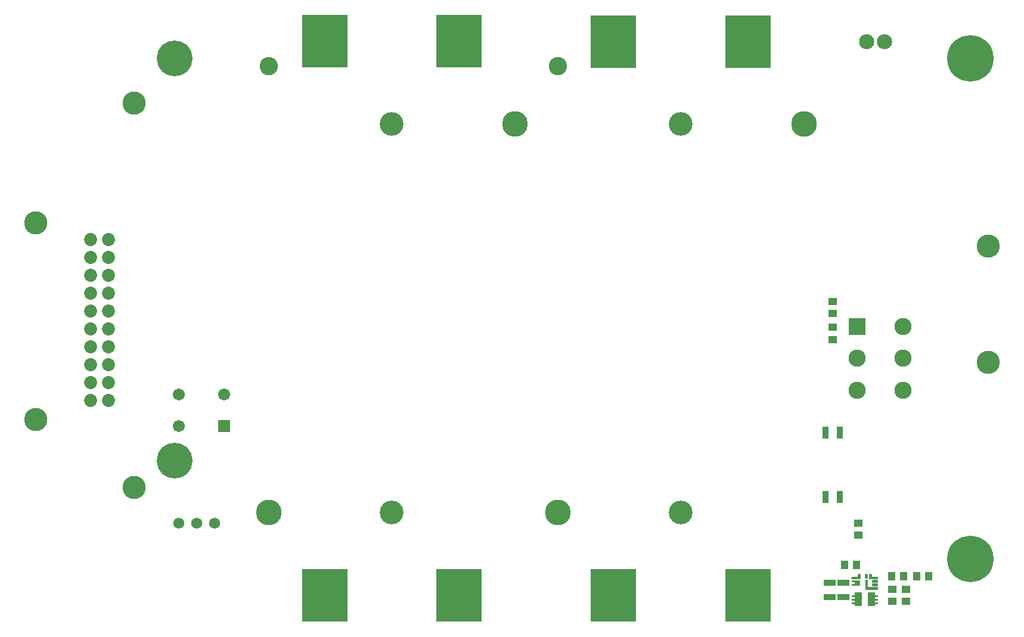
<source format=gbs>
G04*
G04 #@! TF.GenerationSoftware,Altium Limited,Altium Designer,25.2.1 (25)*
G04*
G04 Layer_Color=16711935*
%FSLAX25Y25*%
%MOIN*%
G70*
G04*
G04 #@! TF.SameCoordinates,85CC1250-A9D5-4C62-828A-8F390AD69E0A*
G04*
G04*
G04 #@! TF.FilePolarity,Negative*
G04*
G01*
G75*
%ADD26R,0.04700X0.04000*%
%ADD34R,0.04000X0.04700*%
%ADD45R,0.06587X0.03241*%
%ADD46R,0.03241X0.06587*%
%ADD47R,0.06737X0.06737*%
%ADD48C,0.06737*%
%ADD49R,0.09658X0.09658*%
%ADD50C,0.09658*%
%ADD51C,0.06200*%
%ADD52C,0.14383*%
%ADD53C,0.13280*%
%ADD54C,0.10209*%
%ADD55C,0.08477*%
%ADD56C,0.07296*%
%ADD57C,0.13000*%
%ADD58C,0.20000*%
%ADD59C,0.26000*%
%ADD96R,0.25800X0.29698*%
G36*
X484819Y30370D02*
X484842D01*
X484862Y30366D01*
X484882Y30362D01*
X484902Y30354D01*
X484921Y30347D01*
X484941Y30339D01*
X484957Y30331D01*
X484976Y30323D01*
X484992Y30311D01*
X485012Y30299D01*
X485028Y30287D01*
X485043Y30272D01*
X485059Y30260D01*
X485071Y30244D01*
X485087Y30228D01*
X485098Y30213D01*
X485110Y30193D01*
X485122Y30177D01*
X485130Y30158D01*
X485138Y30142D01*
X485146Y30122D01*
X485153Y30102D01*
X485161Y30083D01*
X485165Y30063D01*
X485169Y30043D01*
Y30020D01*
X485173Y30000D01*
Y29980D01*
Y28209D01*
Y28189D01*
X485169Y28169D01*
Y28146D01*
X485165Y28126D01*
X485161Y28106D01*
X485153Y28087D01*
X485146Y28067D01*
X485138Y28047D01*
X485130Y28032D01*
X485122Y28012D01*
X485110Y27996D01*
X485098Y27976D01*
X485087Y27961D01*
X485071Y27945D01*
X485059Y27929D01*
X485043Y27917D01*
X485028Y27902D01*
X485012Y27890D01*
X484992Y27878D01*
X484976Y27866D01*
X484957Y27858D01*
X484941Y27850D01*
X484921Y27843D01*
X484902Y27835D01*
X484882Y27827D01*
X484862Y27823D01*
X484842Y27819D01*
X484819D01*
X484799Y27815D01*
X483972D01*
X483953Y27819D01*
X483929D01*
X483910Y27823D01*
X483890Y27827D01*
X483870Y27835D01*
X483850Y27843D01*
X483831Y27850D01*
X483815Y27858D01*
X483795Y27866D01*
X483779Y27878D01*
X483760Y27890D01*
X483744Y27902D01*
X483728Y27917D01*
X483713Y27929D01*
X483701Y27945D01*
X483685Y27961D01*
X483673Y27976D01*
X483661Y27996D01*
X483650Y28012D01*
X483642Y28032D01*
X483634Y28047D01*
X483626Y28067D01*
X483618Y28087D01*
X483610Y28106D01*
X483606Y28126D01*
X483602Y28146D01*
Y28169D01*
X483598Y28189D01*
Y28209D01*
Y29980D01*
Y30000D01*
X483602Y30020D01*
Y30043D01*
X483606Y30063D01*
X483610Y30083D01*
X483618Y30102D01*
X483626Y30122D01*
X483634Y30142D01*
X483642Y30158D01*
X483650Y30177D01*
X483661Y30193D01*
X483673Y30213D01*
X483685Y30228D01*
X483701Y30244D01*
X483713Y30260D01*
X483728Y30272D01*
X483744Y30287D01*
X483760Y30299D01*
X483779Y30311D01*
X483795Y30323D01*
X483815Y30331D01*
X483831Y30339D01*
X483850Y30347D01*
X483870Y30354D01*
X483890Y30362D01*
X483910Y30366D01*
X483929Y30370D01*
X483953D01*
X483972Y30374D01*
X484799D01*
X484819Y30370D01*
D02*
G37*
G36*
X487181D02*
X487205D01*
X487224Y30366D01*
X487244Y30362D01*
X487264Y30354D01*
X487284Y30347D01*
X487303Y30339D01*
X487319Y30331D01*
X487339Y30323D01*
X487354Y30311D01*
X487374Y30299D01*
X487390Y30287D01*
X487405Y30272D01*
X487421Y30260D01*
X487433Y30244D01*
X487449Y30228D01*
X487461Y30213D01*
X487472Y30193D01*
X487484Y30177D01*
X487492Y30158D01*
X487500Y30142D01*
X487508Y30122D01*
X487516Y30102D01*
X487524Y30083D01*
X487528Y30063D01*
X487532Y30043D01*
Y30020D01*
X487535Y30000D01*
Y29980D01*
Y29193D01*
Y29181D01*
Y29173D01*
X487539Y29161D01*
Y29154D01*
X487543Y29142D01*
Y29134D01*
X487547Y29122D01*
X487551Y29114D01*
X487555Y29102D01*
X487563Y29094D01*
X487567Y29087D01*
X487575Y29079D01*
X487579Y29071D01*
X487587Y29063D01*
X487595Y29055D01*
X487602Y29047D01*
X487610Y29039D01*
X487618Y29035D01*
X487626Y29028D01*
X487634Y29024D01*
X487642Y29016D01*
X487653Y29012D01*
X487661Y29008D01*
X487673Y29004D01*
X487681D01*
X487693Y29000D01*
X487701D01*
X487713Y28996D01*
X490606D01*
X490626Y28992D01*
X490650D01*
X490669Y28988D01*
X490689Y28984D01*
X490709Y28976D01*
X490728Y28969D01*
X490748Y28961D01*
X490764Y28953D01*
X490784Y28945D01*
X490799Y28933D01*
X490819Y28921D01*
X490835Y28909D01*
X490850Y28894D01*
X490866Y28882D01*
X490878Y28866D01*
X490894Y28850D01*
X490906Y28835D01*
X490917Y28815D01*
X490929Y28799D01*
X490937Y28780D01*
X490945Y28764D01*
X490953Y28744D01*
X490961Y28724D01*
X490969Y28705D01*
X490972Y28685D01*
X490976Y28665D01*
Y28642D01*
X490980Y28622D01*
Y28602D01*
Y28012D01*
Y27992D01*
X490976Y27972D01*
Y27949D01*
X490972Y27929D01*
X490969Y27909D01*
X490961Y27890D01*
X490953Y27870D01*
X490945Y27850D01*
X490937Y27835D01*
X490929Y27815D01*
X490917Y27799D01*
X490906Y27779D01*
X490894Y27764D01*
X490878Y27748D01*
X490866Y27732D01*
X490850Y27720D01*
X490835Y27705D01*
X490819Y27693D01*
X490799Y27681D01*
X490784Y27669D01*
X490764Y27661D01*
X490748Y27654D01*
X490728Y27646D01*
X490709Y27638D01*
X490689Y27630D01*
X490669Y27626D01*
X490650Y27622D01*
X490626D01*
X490606Y27618D01*
X486138D01*
X486118Y27622D01*
X486095D01*
X486075Y27626D01*
X486055Y27630D01*
X486035Y27638D01*
X486016Y27646D01*
X485996Y27654D01*
X485980Y27661D01*
X485961Y27669D01*
X485945Y27681D01*
X485925Y27693D01*
X485910Y27705D01*
X485894Y27720D01*
X485878Y27732D01*
X485866Y27748D01*
X485850Y27764D01*
X485839Y27779D01*
X485827Y27799D01*
X485815Y27815D01*
X485807Y27835D01*
X485799Y27850D01*
X485791Y27870D01*
X485783Y27890D01*
X485776Y27909D01*
X485772Y27929D01*
X485768Y27949D01*
Y27972D01*
X485764Y27992D01*
Y28012D01*
Y29980D01*
Y30000D01*
X485768Y30020D01*
Y30043D01*
X485772Y30063D01*
X485776Y30083D01*
X485783Y30102D01*
X485791Y30122D01*
X485799Y30142D01*
X485807Y30158D01*
X485815Y30177D01*
X485827Y30193D01*
X485839Y30213D01*
X485850Y30228D01*
X485866Y30244D01*
X485878Y30260D01*
X485894Y30272D01*
X485910Y30287D01*
X485925Y30299D01*
X485945Y30311D01*
X485961Y30323D01*
X485980Y30331D01*
X485996Y30339D01*
X486016Y30347D01*
X486035Y30354D01*
X486055Y30362D01*
X486075Y30366D01*
X486095Y30370D01*
X486118D01*
X486138Y30374D01*
X487161D01*
X487181Y30370D01*
D02*
G37*
G36*
X480882D02*
X480905D01*
X480925Y30366D01*
X480945Y30362D01*
X480965Y30354D01*
X480984Y30347D01*
X481004Y30339D01*
X481020Y30331D01*
X481039Y30323D01*
X481055Y30311D01*
X481075Y30299D01*
X481090Y30287D01*
X481106Y30272D01*
X481122Y30260D01*
X481134Y30244D01*
X481150Y30228D01*
X481161Y30213D01*
X481173Y30193D01*
X481185Y30177D01*
X481193Y30158D01*
X481201Y30142D01*
X481209Y30122D01*
X481216Y30102D01*
X481224Y30083D01*
X481228Y30063D01*
X481232Y30043D01*
Y30020D01*
X481236Y30000D01*
Y29980D01*
Y28012D01*
Y27992D01*
X481232Y27972D01*
Y27949D01*
X481228Y27929D01*
X481224Y27909D01*
X481216Y27890D01*
X481209Y27870D01*
X481201Y27850D01*
X481193Y27835D01*
X481185Y27815D01*
X481173Y27799D01*
X481161Y27779D01*
X481150Y27764D01*
X481134Y27748D01*
X481122Y27732D01*
X481106Y27720D01*
X481090Y27705D01*
X481075Y27693D01*
X481055Y27681D01*
X481039Y27669D01*
X481020Y27661D01*
X481004Y27654D01*
X480984Y27646D01*
X480965Y27638D01*
X480945Y27630D01*
X480925Y27626D01*
X480905Y27622D01*
X480882D01*
X480862Y27618D01*
X476394D01*
X476374Y27622D01*
X476350D01*
X476331Y27626D01*
X476311Y27630D01*
X476291Y27638D01*
X476272Y27646D01*
X476252Y27654D01*
X476236Y27661D01*
X476217Y27669D01*
X476201Y27681D01*
X476181Y27693D01*
X476165Y27705D01*
X476150Y27720D01*
X476134Y27732D01*
X476122Y27748D01*
X476106Y27764D01*
X476094Y27779D01*
X476083Y27799D01*
X476071Y27815D01*
X476063Y27835D01*
X476055Y27850D01*
X476047Y27870D01*
X476039Y27890D01*
X476031Y27909D01*
X476028Y27929D01*
X476024Y27949D01*
Y27972D01*
X476020Y27992D01*
Y28012D01*
Y28602D01*
Y28622D01*
X476024Y28642D01*
Y28665D01*
X476028Y28685D01*
X476031Y28705D01*
X476039Y28724D01*
X476047Y28744D01*
X476055Y28764D01*
X476063Y28780D01*
X476071Y28799D01*
X476083Y28815D01*
X476094Y28835D01*
X476106Y28850D01*
X476122Y28866D01*
X476134Y28882D01*
X476150Y28894D01*
X476165Y28909D01*
X476181Y28921D01*
X476201Y28933D01*
X476217Y28945D01*
X476236Y28953D01*
X476252Y28961D01*
X476272Y28969D01*
X476291Y28976D01*
X476311Y28984D01*
X476331Y28988D01*
X476350Y28992D01*
X476374D01*
X476394Y28996D01*
X479287D01*
X479299Y29000D01*
X479307D01*
X479319Y29004D01*
X479327D01*
X479339Y29008D01*
X479347Y29012D01*
X479358Y29016D01*
X479366Y29024D01*
X479374Y29028D01*
X479382Y29035D01*
X479390Y29039D01*
X479398Y29047D01*
X479405Y29055D01*
X479413Y29063D01*
X479421Y29071D01*
X479425Y29079D01*
X479433Y29087D01*
X479437Y29094D01*
X479445Y29102D01*
X479449Y29114D01*
X479453Y29122D01*
X479457Y29134D01*
Y29142D01*
X479461Y29154D01*
Y29161D01*
X479465Y29173D01*
Y29181D01*
Y29193D01*
Y29980D01*
Y30000D01*
X479468Y30020D01*
Y30043D01*
X479472Y30063D01*
X479476Y30083D01*
X479484Y30102D01*
X479492Y30122D01*
X479500Y30142D01*
X479508Y30158D01*
X479516Y30177D01*
X479528Y30193D01*
X479539Y30213D01*
X479551Y30228D01*
X479567Y30244D01*
X479579Y30260D01*
X479595Y30272D01*
X479610Y30287D01*
X479626Y30299D01*
X479646Y30311D01*
X479661Y30323D01*
X479681Y30331D01*
X479697Y30339D01*
X479716Y30347D01*
X479736Y30354D01*
X479756Y30362D01*
X479776Y30366D01*
X479795Y30370D01*
X479819D01*
X479839Y30374D01*
X480862D01*
X480882Y30370D01*
D02*
G37*
G36*
X490626Y27024D02*
X490650D01*
X490669Y27020D01*
X490689Y27016D01*
X490709Y27008D01*
X490728Y27000D01*
X490748Y26992D01*
X490764Y26984D01*
X490784Y26976D01*
X490799Y26965D01*
X490819Y26953D01*
X490835Y26941D01*
X490850Y26925D01*
X490866Y26913D01*
X490878Y26898D01*
X490894Y26882D01*
X490906Y26866D01*
X490917Y26847D01*
X490929Y26831D01*
X490937Y26811D01*
X490945Y26795D01*
X490953Y26776D01*
X490961Y26756D01*
X490969Y26736D01*
X490972Y26717D01*
X490976Y26697D01*
Y26673D01*
X490980Y26654D01*
Y26634D01*
Y26043D01*
Y26024D01*
X490976Y26004D01*
Y25980D01*
X490972Y25961D01*
X490969Y25941D01*
X490961Y25921D01*
X490953Y25902D01*
X490945Y25882D01*
X490937Y25866D01*
X490929Y25846D01*
X490917Y25831D01*
X490906Y25811D01*
X490894Y25795D01*
X490878Y25780D01*
X490866Y25764D01*
X490850Y25752D01*
X490835Y25736D01*
X490819Y25724D01*
X490799Y25713D01*
X490784Y25701D01*
X490764Y25693D01*
X490748Y25685D01*
X490728Y25677D01*
X490709Y25669D01*
X490689Y25661D01*
X490669Y25657D01*
X490650Y25654D01*
X490626D01*
X490606Y25650D01*
X487811D01*
X487791Y25654D01*
X487768D01*
X487748Y25657D01*
X487728Y25661D01*
X487709Y25669D01*
X487689Y25677D01*
X487669Y25685D01*
X487653Y25693D01*
X487634Y25701D01*
X487618Y25713D01*
X487598Y25724D01*
X487583Y25736D01*
X487567Y25752D01*
X487551Y25764D01*
X487539Y25780D01*
X487524Y25795D01*
X487512Y25811D01*
X487500Y25831D01*
X487488Y25846D01*
X487480Y25866D01*
X487472Y25882D01*
X487465Y25902D01*
X487457Y25921D01*
X487449Y25941D01*
X487445Y25961D01*
X487441Y25980D01*
Y26004D01*
X487437Y26024D01*
Y26043D01*
Y26634D01*
Y26654D01*
X487441Y26673D01*
Y26697D01*
X487445Y26717D01*
X487449Y26736D01*
X487457Y26756D01*
X487465Y26776D01*
X487472Y26795D01*
X487480Y26811D01*
X487488Y26831D01*
X487500Y26847D01*
X487512Y26866D01*
X487524Y26882D01*
X487539Y26898D01*
X487551Y26913D01*
X487567Y26925D01*
X487583Y26941D01*
X487598Y26953D01*
X487618Y26965D01*
X487634Y26976D01*
X487653Y26984D01*
X487669Y26992D01*
X487689Y27000D01*
X487709Y27008D01*
X487728Y27016D01*
X487748Y27020D01*
X487768Y27024D01*
X487791D01*
X487811Y27028D01*
X490606D01*
X490626Y27024D01*
D02*
G37*
G36*
X480776Y26827D02*
X480784D01*
X480795Y26823D01*
X480803D01*
X480815Y26819D01*
X480823Y26815D01*
X480835Y26811D01*
X480842Y26803D01*
X480850Y26799D01*
X480858Y26791D01*
X480866Y26787D01*
X480874Y26779D01*
X480882Y26772D01*
X480890Y26764D01*
X480898Y26756D01*
X480902Y26748D01*
X480909Y26740D01*
X480913Y26732D01*
X480921Y26724D01*
X480925Y26713D01*
X480929Y26705D01*
X480933Y26693D01*
Y26685D01*
X480937Y26673D01*
Y26665D01*
X480941Y26654D01*
Y26646D01*
Y26634D01*
Y24075D01*
Y24063D01*
Y24055D01*
X480937Y24043D01*
Y24035D01*
X480933Y24024D01*
Y24016D01*
X480929Y24004D01*
X480925Y23996D01*
X480921Y23984D01*
X480913Y23976D01*
X480909Y23968D01*
X480902Y23961D01*
X480898Y23953D01*
X480890Y23945D01*
X480882Y23937D01*
X480874Y23929D01*
X480866Y23921D01*
X480858Y23917D01*
X480850Y23910D01*
X480842Y23905D01*
X480835Y23898D01*
X480823Y23894D01*
X480815Y23890D01*
X480803Y23886D01*
X480795D01*
X480784Y23882D01*
X480776D01*
X480764Y23878D01*
X476394D01*
X476382Y23882D01*
X476374D01*
X476362Y23886D01*
X476354D01*
X476342Y23890D01*
X476335Y23894D01*
X476323Y23898D01*
X476315Y23905D01*
X476307Y23910D01*
X476299Y23917D01*
X476291Y23921D01*
X476284Y23929D01*
X476276Y23937D01*
X476268Y23945D01*
X476260Y23953D01*
X476256Y23961D01*
X476248Y23968D01*
X476244Y23976D01*
X476236Y23984D01*
X476232Y23996D01*
X476228Y24004D01*
X476224Y24016D01*
Y24024D01*
X476221Y24035D01*
Y24043D01*
X476217Y24055D01*
Y24063D01*
Y24075D01*
Y24665D01*
Y24677D01*
Y24685D01*
X476221Y24697D01*
Y24705D01*
X476224Y24716D01*
Y24724D01*
X476228Y24736D01*
X476232Y24744D01*
X476236Y24756D01*
X476244Y24764D01*
X476248Y24772D01*
X476256Y24780D01*
X476260Y24787D01*
X476268Y24795D01*
X476276Y24803D01*
X476284Y24811D01*
X476291Y24819D01*
X476299Y24823D01*
X476307Y24831D01*
X476315Y24835D01*
X476323Y24843D01*
X476335Y24847D01*
X476342Y24850D01*
X476354Y24854D01*
X476362D01*
X476374Y24858D01*
X476382D01*
X476394Y24862D01*
X477614D01*
X477626Y24866D01*
X477634D01*
X477646Y24870D01*
X477654D01*
X477665Y24874D01*
X477673Y24878D01*
X477685Y24882D01*
X477693Y24890D01*
X477701Y24894D01*
X477709Y24902D01*
X477716Y24905D01*
X477724Y24913D01*
X477732Y24921D01*
X477740Y24929D01*
X477748Y24937D01*
X477752Y24945D01*
X477760Y24953D01*
X477764Y24961D01*
X477772Y24969D01*
X477776Y24980D01*
X477779Y24988D01*
X477783Y25000D01*
Y25008D01*
X477787Y25020D01*
Y25028D01*
X477791Y25039D01*
Y25047D01*
Y25059D01*
Y25650D01*
Y25661D01*
Y25669D01*
X477787Y25681D01*
Y25689D01*
X477783Y25701D01*
Y25709D01*
X477779Y25721D01*
X477776Y25728D01*
X477772Y25740D01*
X477764Y25748D01*
X477760Y25756D01*
X477752Y25764D01*
X477748Y25772D01*
X477740Y25780D01*
X477732Y25787D01*
X477724Y25795D01*
X477716Y25803D01*
X477709Y25807D01*
X477701Y25815D01*
X477693Y25819D01*
X477685Y25827D01*
X477673Y25831D01*
X477665Y25835D01*
X477654Y25839D01*
X477646D01*
X477634Y25842D01*
X477626D01*
X477614Y25846D01*
X476394D01*
X476382Y25850D01*
X476374D01*
X476362Y25854D01*
X476354D01*
X476342Y25858D01*
X476335Y25862D01*
X476323Y25866D01*
X476315Y25874D01*
X476307Y25878D01*
X476299Y25886D01*
X476291Y25890D01*
X476284Y25898D01*
X476276Y25905D01*
X476268Y25913D01*
X476260Y25921D01*
X476256Y25929D01*
X476248Y25937D01*
X476244Y25945D01*
X476236Y25953D01*
X476232Y25965D01*
X476228Y25972D01*
X476224Y25984D01*
Y25992D01*
X476221Y26004D01*
Y26012D01*
X476217Y26024D01*
Y26032D01*
Y26043D01*
Y26634D01*
Y26646D01*
Y26654D01*
X476221Y26665D01*
Y26673D01*
X476224Y26685D01*
Y26693D01*
X476228Y26705D01*
X476232Y26713D01*
X476236Y26724D01*
X476244Y26732D01*
X476248Y26740D01*
X476256Y26748D01*
X476260Y26756D01*
X476268Y26764D01*
X476276Y26772D01*
X476284Y26779D01*
X476291Y26787D01*
X476299Y26791D01*
X476307Y26799D01*
X476315Y26803D01*
X476323Y26811D01*
X476335Y26815D01*
X476342Y26819D01*
X476354Y26823D01*
X476362D01*
X476374Y26827D01*
X476382D01*
X476394Y26831D01*
X480764D01*
X480776Y26827D01*
D02*
G37*
G36*
X490626Y25055D02*
X490650D01*
X490669Y25051D01*
X490689Y25047D01*
X490709Y25039D01*
X490728Y25032D01*
X490748Y25024D01*
X490764Y25016D01*
X490784Y25008D01*
X490799Y24996D01*
X490819Y24984D01*
X490835Y24972D01*
X490850Y24957D01*
X490866Y24945D01*
X490878Y24929D01*
X490894Y24913D01*
X490906Y24898D01*
X490917Y24878D01*
X490929Y24862D01*
X490937Y24843D01*
X490945Y24827D01*
X490953Y24807D01*
X490961Y24787D01*
X490969Y24768D01*
X490972Y24748D01*
X490976Y24728D01*
Y24705D01*
X490980Y24685D01*
Y24665D01*
Y24075D01*
Y24055D01*
X490976Y24035D01*
Y24012D01*
X490972Y23992D01*
X490969Y23972D01*
X490961Y23953D01*
X490953Y23933D01*
X490945Y23913D01*
X490937Y23898D01*
X490929Y23878D01*
X490917Y23862D01*
X490906Y23843D01*
X490894Y23827D01*
X490878Y23811D01*
X490866Y23795D01*
X490850Y23784D01*
X490835Y23768D01*
X490819Y23756D01*
X490799Y23744D01*
X490784Y23732D01*
X490764Y23724D01*
X490748Y23717D01*
X490728Y23709D01*
X490709Y23701D01*
X490689Y23693D01*
X490669Y23689D01*
X490650Y23685D01*
X490626D01*
X490606Y23681D01*
X487811D01*
X487791Y23685D01*
X487768D01*
X487748Y23689D01*
X487728Y23693D01*
X487709Y23701D01*
X487689Y23709D01*
X487669Y23717D01*
X487653Y23724D01*
X487634Y23732D01*
X487618Y23744D01*
X487598Y23756D01*
X487583Y23768D01*
X487567Y23784D01*
X487551Y23795D01*
X487539Y23811D01*
X487524Y23827D01*
X487512Y23843D01*
X487500Y23862D01*
X487488Y23878D01*
X487480Y23898D01*
X487472Y23913D01*
X487465Y23933D01*
X487457Y23953D01*
X487449Y23972D01*
X487445Y23992D01*
X487441Y24012D01*
Y24035D01*
X487437Y24055D01*
Y24075D01*
Y24665D01*
Y24685D01*
X487441Y24705D01*
Y24728D01*
X487445Y24748D01*
X487449Y24768D01*
X487457Y24787D01*
X487465Y24807D01*
X487472Y24827D01*
X487480Y24843D01*
X487488Y24862D01*
X487500Y24878D01*
X487512Y24898D01*
X487524Y24913D01*
X487539Y24929D01*
X487551Y24945D01*
X487567Y24957D01*
X487583Y24972D01*
X487598Y24984D01*
X487618Y24996D01*
X487634Y25008D01*
X487653Y25016D01*
X487669Y25024D01*
X487689Y25032D01*
X487709Y25039D01*
X487728Y25047D01*
X487748Y25051D01*
X487768Y25055D01*
X487791D01*
X487811Y25059D01*
X490606D01*
X490626Y25055D01*
D02*
G37*
G36*
X484819Y27220D02*
X484842D01*
X484862Y27217D01*
X484882Y27213D01*
X484902Y27205D01*
X484921Y27197D01*
X484941Y27189D01*
X484957Y27181D01*
X484976Y27173D01*
X484992Y27161D01*
X485012Y27150D01*
X485028Y27138D01*
X485043Y27122D01*
X485059Y27110D01*
X485071Y27095D01*
X485087Y27079D01*
X485098Y27063D01*
X485110Y27043D01*
X485122Y27028D01*
X485130Y27008D01*
X485138Y26992D01*
X485146Y26972D01*
X485153Y26953D01*
X485161Y26933D01*
X485165Y26913D01*
X485169Y26894D01*
Y26870D01*
X485173Y26850D01*
Y26831D01*
Y23890D01*
Y23878D01*
Y23866D01*
Y23858D01*
X485177Y23846D01*
Y23839D01*
Y23827D01*
X485181Y23815D01*
Y23807D01*
X485185Y23795D01*
Y23787D01*
X485189Y23776D01*
X485193Y23768D01*
X485197Y23756D01*
X485201Y23748D01*
X485205Y23736D01*
X485209Y23728D01*
X485213Y23720D01*
X485217Y23709D01*
X485220Y23701D01*
X485224Y23693D01*
X485232Y23681D01*
X485236Y23673D01*
X485244Y23665D01*
X485248Y23658D01*
X485256Y23650D01*
X485260Y23642D01*
X485268Y23634D01*
X485276Y23626D01*
X485280Y23618D01*
X485287Y23610D01*
X485689Y23209D01*
X485697Y23201D01*
X485705Y23193D01*
X485713Y23185D01*
X485720Y23181D01*
X485728Y23173D01*
X485736Y23169D01*
X485744Y23161D01*
X485756Y23157D01*
X485764Y23150D01*
X485772Y23146D01*
X485779Y23142D01*
X485791Y23134D01*
X485799Y23130D01*
X485807Y23126D01*
X485819Y23122D01*
X485827Y23118D01*
X485839Y23114D01*
X485847Y23110D01*
X485858D01*
X485866Y23106D01*
X485878Y23102D01*
X485886D01*
X485898Y23098D01*
X485906D01*
X485917Y23095D01*
X485961D01*
X485968Y23091D01*
X490626D01*
X490650Y23087D01*
X490669Y23083D01*
X490689Y23079D01*
X490709Y23075D01*
X490728Y23067D01*
X490748Y23059D01*
X490764Y23051D01*
X490784Y23039D01*
X490799Y23028D01*
X490819Y23016D01*
X490835Y23004D01*
X490850Y22992D01*
X490866Y22976D01*
X490878Y22961D01*
X490894Y22945D01*
X490906Y22929D01*
X490917Y22913D01*
X490929Y22898D01*
X490937Y22878D01*
X490945Y22858D01*
X490953Y22839D01*
X490961Y22819D01*
X490969Y22799D01*
X490972Y22780D01*
X490976Y22760D01*
Y22740D01*
X490980Y22720D01*
Y22697D01*
Y22012D01*
Y21988D01*
X490976Y21969D01*
Y21949D01*
X490972Y21929D01*
X490969Y21910D01*
X490961Y21890D01*
X490953Y21870D01*
X490945Y21850D01*
X490937Y21831D01*
X490929Y21811D01*
X490917Y21795D01*
X490906Y21779D01*
X490894Y21764D01*
X490878Y21748D01*
X490866Y21732D01*
X490850Y21716D01*
X490835Y21705D01*
X490819Y21693D01*
X490799Y21681D01*
X490784Y21669D01*
X490764Y21657D01*
X490748Y21650D01*
X490728Y21642D01*
X490709Y21634D01*
X490689Y21630D01*
X490669Y21626D01*
X490650Y21622D01*
X490626Y21618D01*
X484150D01*
X484126Y21622D01*
X484106Y21626D01*
X484087Y21630D01*
X484067Y21634D01*
X484047Y21642D01*
X484028Y21650D01*
X484012Y21657D01*
X483992Y21669D01*
X483976Y21681D01*
X483957Y21693D01*
X483941Y21705D01*
X483925Y21716D01*
X483910Y21732D01*
X483898Y21748D01*
X483882Y21764D01*
X483870Y21779D01*
X483858Y21795D01*
X483847Y21815D01*
X483839Y21831D01*
X483831Y21850D01*
X483823Y21870D01*
X483815Y21890D01*
X483807Y21910D01*
X483803Y21929D01*
X483799Y21949D01*
Y21969D01*
X483795Y21988D01*
Y22012D01*
Y26831D01*
Y26850D01*
X483799Y26870D01*
Y26894D01*
X483803Y26913D01*
X483807Y26933D01*
X483815Y26953D01*
X483823Y26972D01*
X483831Y26992D01*
X483839Y27008D01*
X483847Y27028D01*
X483858Y27043D01*
X483870Y27063D01*
X483882Y27079D01*
X483898Y27095D01*
X483910Y27110D01*
X483925Y27122D01*
X483941Y27138D01*
X483957Y27150D01*
X483976Y27161D01*
X483992Y27173D01*
X484012Y27181D01*
X484028Y27189D01*
X484047Y27197D01*
X484067Y27205D01*
X484087Y27213D01*
X484106Y27217D01*
X484126Y27220D01*
X484150D01*
X484169Y27224D01*
X484799D01*
X484819Y27220D01*
D02*
G37*
G36*
X489043Y20035D02*
X489051D01*
X489063Y20031D01*
X489071D01*
X489083Y20028D01*
X489090Y20024D01*
X489102Y20020D01*
X489110Y20012D01*
X489118Y20008D01*
X489126Y20000D01*
X489134Y19996D01*
X489142Y19988D01*
X489150Y19980D01*
X489157Y19972D01*
X489165Y19965D01*
X489169Y19957D01*
X489177Y19949D01*
X489181Y19941D01*
X489189Y19933D01*
X489193Y19921D01*
X489197Y19913D01*
X489201Y19902D01*
Y19894D01*
X489205Y19882D01*
Y19874D01*
X489209Y19862D01*
Y19854D01*
Y19842D01*
Y18602D01*
Y18591D01*
Y18583D01*
X489213Y18571D01*
Y18563D01*
X489217Y18551D01*
Y18543D01*
X489221Y18531D01*
X489224Y18524D01*
X489228Y18512D01*
X489236Y18504D01*
X489240Y18496D01*
X489248Y18488D01*
X489252Y18480D01*
X489260Y18472D01*
X489268Y18465D01*
X489276Y18457D01*
X489284Y18449D01*
X489291Y18445D01*
X489299Y18437D01*
X489307Y18433D01*
X489315Y18425D01*
X489327Y18421D01*
X489335Y18417D01*
X489347Y18413D01*
X489354D01*
X489366Y18409D01*
X489374D01*
X489386Y18406D01*
X490606D01*
X490618Y18402D01*
X490626D01*
X490638Y18398D01*
X490646D01*
X490658Y18394D01*
X490665Y18390D01*
X490677Y18386D01*
X490685Y18378D01*
X490693Y18374D01*
X490701Y18366D01*
X490709Y18362D01*
X490717Y18354D01*
X490724Y18347D01*
X490732Y18339D01*
X490740Y18331D01*
X490744Y18323D01*
X490752Y18315D01*
X490756Y18307D01*
X490764Y18299D01*
X490768Y18287D01*
X490772Y18280D01*
X490776Y18268D01*
Y18260D01*
X490779Y18248D01*
Y18240D01*
X490784Y18228D01*
Y18221D01*
Y18209D01*
Y17618D01*
Y17606D01*
Y17598D01*
X490779Y17587D01*
Y17579D01*
X490776Y17567D01*
Y17559D01*
X490772Y17547D01*
X490768Y17539D01*
X490764Y17528D01*
X490756Y17520D01*
X490752Y17512D01*
X490744Y17504D01*
X490740Y17496D01*
X490732Y17488D01*
X490724Y17480D01*
X490717Y17472D01*
X490709Y17465D01*
X490701Y17461D01*
X490693Y17453D01*
X490685Y17449D01*
X490677Y17441D01*
X490665Y17437D01*
X490658Y17433D01*
X490646Y17429D01*
X490638D01*
X490626Y17425D01*
X490618D01*
X490606Y17421D01*
X489386D01*
X489374Y17417D01*
X489366D01*
X489354Y17413D01*
X489347D01*
X489335Y17410D01*
X489327Y17405D01*
X489315Y17402D01*
X489307Y17394D01*
X489299Y17390D01*
X489291Y17382D01*
X489284Y17378D01*
X489276Y17370D01*
X489268Y17362D01*
X489260Y17354D01*
X489252Y17346D01*
X489248Y17339D01*
X489240Y17331D01*
X489236Y17323D01*
X489228Y17315D01*
X489224Y17303D01*
X489221Y17295D01*
X489217Y17284D01*
Y17276D01*
X489213Y17264D01*
Y17256D01*
X489209Y17244D01*
Y17236D01*
Y17224D01*
Y16634D01*
Y16622D01*
Y16614D01*
X489213Y16602D01*
Y16594D01*
X489217Y16583D01*
Y16575D01*
X489221Y16563D01*
X489224Y16555D01*
X489228Y16543D01*
X489236Y16535D01*
X489240Y16528D01*
X489248Y16520D01*
X489252Y16512D01*
X489260Y16504D01*
X489268Y16496D01*
X489276Y16488D01*
X489284Y16480D01*
X489291Y16476D01*
X489299Y16468D01*
X489307Y16465D01*
X489315Y16457D01*
X489327Y16453D01*
X489335Y16449D01*
X489347Y16445D01*
X489354D01*
X489366Y16441D01*
X489374D01*
X489386Y16437D01*
X490606D01*
X490618Y16433D01*
X490626D01*
X490638Y16429D01*
X490646D01*
X490658Y16425D01*
X490665Y16421D01*
X490677Y16417D01*
X490685Y16409D01*
X490693Y16406D01*
X490701Y16398D01*
X490709Y16394D01*
X490717Y16386D01*
X490724Y16378D01*
X490732Y16370D01*
X490740Y16362D01*
X490744Y16354D01*
X490752Y16346D01*
X490756Y16339D01*
X490764Y16331D01*
X490768Y16319D01*
X490772Y16311D01*
X490776Y16299D01*
Y16291D01*
X490779Y16280D01*
Y16272D01*
X490784Y16260D01*
Y16252D01*
Y16240D01*
Y15650D01*
Y15638D01*
Y15630D01*
X490779Y15618D01*
Y15610D01*
X490776Y15598D01*
Y15591D01*
X490772Y15579D01*
X490768Y15571D01*
X490764Y15559D01*
X490756Y15551D01*
X490752Y15543D01*
X490744Y15535D01*
X490740Y15528D01*
X490732Y15520D01*
X490724Y15512D01*
X490717Y15504D01*
X490709Y15496D01*
X490701Y15492D01*
X490693Y15484D01*
X490685Y15480D01*
X490677Y15472D01*
X490665Y15469D01*
X490658Y15465D01*
X490646Y15461D01*
X490638D01*
X490626Y15457D01*
X490618D01*
X490606Y15453D01*
X489386D01*
X489374Y15449D01*
X489366D01*
X489354Y15445D01*
X489347D01*
X489335Y15441D01*
X489327Y15437D01*
X489315Y15433D01*
X489307Y15425D01*
X489299Y15421D01*
X489291Y15413D01*
X489284Y15409D01*
X489276Y15402D01*
X489268Y15394D01*
X489260Y15386D01*
X489252Y15378D01*
X489248Y15370D01*
X489240Y15362D01*
X489236Y15354D01*
X489228Y15347D01*
X489224Y15335D01*
X489221Y15327D01*
X489217Y15315D01*
Y15307D01*
X489213Y15295D01*
Y15287D01*
X489209Y15276D01*
Y15268D01*
Y15256D01*
Y14665D01*
Y14654D01*
Y14646D01*
X489213Y14634D01*
Y14626D01*
X489217Y14614D01*
Y14606D01*
X489221Y14594D01*
X489224Y14587D01*
X489228Y14575D01*
X489236Y14567D01*
X489240Y14559D01*
X489248Y14551D01*
X489252Y14543D01*
X489260Y14535D01*
X489268Y14528D01*
X489276Y14520D01*
X489284Y14512D01*
X489291Y14508D01*
X489299Y14500D01*
X489307Y14496D01*
X489315Y14488D01*
X489327Y14484D01*
X489335Y14480D01*
X489347Y14476D01*
X489354D01*
X489366Y14472D01*
X489374D01*
X489386Y14469D01*
X490606D01*
X490618Y14465D01*
X490626D01*
X490638Y14461D01*
X490646D01*
X490658Y14457D01*
X490665Y14453D01*
X490677Y14449D01*
X490685Y14441D01*
X490693Y14437D01*
X490701Y14429D01*
X490709Y14425D01*
X490717Y14417D01*
X490724Y14410D01*
X490732Y14402D01*
X490740Y14394D01*
X490744Y14386D01*
X490752Y14378D01*
X490756Y14370D01*
X490764Y14362D01*
X490768Y14350D01*
X490772Y14343D01*
X490776Y14331D01*
Y14323D01*
X490779Y14311D01*
Y14303D01*
X490784Y14291D01*
Y14284D01*
Y14272D01*
Y13681D01*
Y13669D01*
Y13661D01*
X490779Y13650D01*
Y13642D01*
X490776Y13630D01*
Y13622D01*
X490772Y13610D01*
X490768Y13602D01*
X490764Y13591D01*
X490756Y13583D01*
X490752Y13575D01*
X490744Y13567D01*
X490740Y13559D01*
X490732Y13551D01*
X490724Y13543D01*
X490717Y13535D01*
X490709Y13528D01*
X490701Y13524D01*
X490693Y13516D01*
X490685Y13512D01*
X490677Y13504D01*
X490665Y13500D01*
X490658Y13496D01*
X490646Y13492D01*
X490638D01*
X490626Y13488D01*
X490618D01*
X490606Y13484D01*
X489386D01*
X489374Y13480D01*
X489366D01*
X489354Y13476D01*
X489347D01*
X489335Y13472D01*
X489327Y13468D01*
X489315Y13465D01*
X489307Y13457D01*
X489299Y13453D01*
X489291Y13445D01*
X489284Y13441D01*
X489276Y13433D01*
X489268Y13425D01*
X489260Y13417D01*
X489252Y13409D01*
X489248Y13402D01*
X489240Y13394D01*
X489236Y13386D01*
X489228Y13378D01*
X489224Y13366D01*
X489221Y13358D01*
X489217Y13347D01*
Y13339D01*
X489213Y13327D01*
Y13319D01*
X489209Y13307D01*
Y13299D01*
Y13287D01*
Y12657D01*
Y12646D01*
Y12638D01*
X489205Y12626D01*
Y12618D01*
X489201Y12606D01*
Y12598D01*
X489197Y12587D01*
X489193Y12579D01*
X489189Y12567D01*
X489181Y12559D01*
X489177Y12551D01*
X489169Y12543D01*
X489165Y12535D01*
X489157Y12528D01*
X489150Y12520D01*
X489142Y12512D01*
X489134Y12504D01*
X489126Y12500D01*
X489118Y12492D01*
X489110Y12488D01*
X489102Y12480D01*
X489090Y12476D01*
X489083Y12472D01*
X489071Y12468D01*
X489063D01*
X489051Y12465D01*
X489043D01*
X489032Y12461D01*
X485449D01*
X485437Y12465D01*
X485429D01*
X485417Y12468D01*
X485409D01*
X485398Y12472D01*
X485390Y12476D01*
X485378Y12480D01*
X485370Y12488D01*
X485362Y12492D01*
X485354Y12500D01*
X485347Y12504D01*
X485339Y12512D01*
X485331Y12520D01*
X485323Y12528D01*
X485315Y12535D01*
X485311Y12543D01*
X485303Y12551D01*
X485299Y12559D01*
X485291Y12567D01*
X485287Y12579D01*
X485284Y12587D01*
X485280Y12598D01*
Y12606D01*
X485276Y12618D01*
Y12626D01*
X485272Y12638D01*
Y12646D01*
Y12657D01*
Y19842D01*
Y19854D01*
Y19862D01*
X485276Y19874D01*
Y19882D01*
X485280Y19894D01*
Y19902D01*
X485284Y19913D01*
X485287Y19921D01*
X485291Y19933D01*
X485299Y19941D01*
X485303Y19949D01*
X485311Y19957D01*
X485315Y19965D01*
X485323Y19972D01*
X485331Y19980D01*
X485339Y19988D01*
X485347Y19996D01*
X485354Y20000D01*
X485362Y20008D01*
X485370Y20012D01*
X485378Y20020D01*
X485390Y20024D01*
X485398Y20028D01*
X485409Y20031D01*
X485417D01*
X485429Y20035D01*
X485437D01*
X485449Y20039D01*
X489032D01*
X489043Y20035D01*
D02*
G37*
G36*
X481563D02*
X481571D01*
X481583Y20031D01*
X481591D01*
X481602Y20028D01*
X481610Y20024D01*
X481622Y20020D01*
X481630Y20012D01*
X481638Y20008D01*
X481646Y20000D01*
X481653Y19996D01*
X481661Y19988D01*
X481669Y19980D01*
X481677Y19972D01*
X481685Y19965D01*
X481689Y19957D01*
X481697Y19949D01*
X481701Y19941D01*
X481709Y19933D01*
X481713Y19921D01*
X481716Y19913D01*
X481720Y19902D01*
Y19894D01*
X481724Y19882D01*
Y19874D01*
X481728Y19862D01*
Y19854D01*
Y19842D01*
Y12657D01*
Y12646D01*
Y12638D01*
X481724Y12626D01*
Y12618D01*
X481720Y12606D01*
Y12598D01*
X481716Y12587D01*
X481713Y12579D01*
X481709Y12567D01*
X481701Y12559D01*
X481697Y12551D01*
X481689Y12543D01*
X481685Y12535D01*
X481677Y12528D01*
X481669Y12520D01*
X481661Y12512D01*
X481653Y12504D01*
X481646Y12500D01*
X481638Y12492D01*
X481630Y12488D01*
X481622Y12480D01*
X481610Y12476D01*
X481602Y12472D01*
X481591Y12468D01*
X481583D01*
X481571Y12465D01*
X481563D01*
X481551Y12461D01*
X477969D01*
X477957Y12465D01*
X477949D01*
X477937Y12468D01*
X477929D01*
X477917Y12472D01*
X477910Y12476D01*
X477898Y12480D01*
X477890Y12488D01*
X477882Y12492D01*
X477874Y12500D01*
X477866Y12504D01*
X477858Y12512D01*
X477850Y12520D01*
X477843Y12528D01*
X477835Y12535D01*
X477831Y12543D01*
X477823Y12551D01*
X477819Y12559D01*
X477811Y12567D01*
X477807Y12579D01*
X477803Y12587D01*
X477799Y12598D01*
Y12606D01*
X477795Y12618D01*
Y12626D01*
X477791Y12638D01*
Y12646D01*
Y12657D01*
Y13287D01*
Y13299D01*
Y13307D01*
X477787Y13319D01*
Y13327D01*
X477783Y13339D01*
Y13347D01*
X477779Y13358D01*
X477776Y13366D01*
X477772Y13378D01*
X477764Y13386D01*
X477760Y13394D01*
X477752Y13402D01*
X477748Y13409D01*
X477740Y13417D01*
X477732Y13425D01*
X477724Y13433D01*
X477716Y13441D01*
X477709Y13445D01*
X477701Y13453D01*
X477693Y13457D01*
X477685Y13465D01*
X477673Y13468D01*
X477665Y13472D01*
X477654Y13476D01*
X477646D01*
X477634Y13480D01*
X477626D01*
X477614Y13484D01*
X476394D01*
X476382Y13488D01*
X476374D01*
X476362Y13492D01*
X476354D01*
X476342Y13496D01*
X476335Y13500D01*
X476323Y13504D01*
X476315Y13512D01*
X476307Y13516D01*
X476299Y13524D01*
X476291Y13528D01*
X476284Y13535D01*
X476276Y13543D01*
X476268Y13551D01*
X476260Y13559D01*
X476256Y13567D01*
X476248Y13575D01*
X476244Y13583D01*
X476236Y13591D01*
X476232Y13602D01*
X476228Y13610D01*
X476224Y13622D01*
Y13630D01*
X476221Y13642D01*
Y13650D01*
X476217Y13661D01*
Y13669D01*
Y13681D01*
Y14272D01*
Y14284D01*
Y14291D01*
X476221Y14303D01*
Y14311D01*
X476224Y14323D01*
Y14331D01*
X476228Y14343D01*
X476232Y14350D01*
X476236Y14362D01*
X476244Y14370D01*
X476248Y14378D01*
X476256Y14386D01*
X476260Y14394D01*
X476268Y14402D01*
X476276Y14410D01*
X476284Y14417D01*
X476291Y14425D01*
X476299Y14429D01*
X476307Y14437D01*
X476315Y14441D01*
X476323Y14449D01*
X476335Y14453D01*
X476342Y14457D01*
X476354Y14461D01*
X476362D01*
X476374Y14465D01*
X476382D01*
X476394Y14469D01*
X477614D01*
X477626Y14472D01*
X477634D01*
X477646Y14476D01*
X477654D01*
X477665Y14480D01*
X477673Y14484D01*
X477685Y14488D01*
X477693Y14496D01*
X477701Y14500D01*
X477709Y14508D01*
X477716Y14512D01*
X477724Y14520D01*
X477732Y14528D01*
X477740Y14535D01*
X477748Y14543D01*
X477752Y14551D01*
X477760Y14559D01*
X477764Y14567D01*
X477772Y14575D01*
X477776Y14587D01*
X477779Y14594D01*
X477783Y14606D01*
Y14614D01*
X477787Y14626D01*
Y14634D01*
X477791Y14646D01*
Y14654D01*
Y14665D01*
Y15256D01*
Y15268D01*
Y15276D01*
X477787Y15287D01*
Y15295D01*
X477783Y15307D01*
Y15315D01*
X477779Y15327D01*
X477776Y15335D01*
X477772Y15347D01*
X477764Y15354D01*
X477760Y15362D01*
X477752Y15370D01*
X477748Y15378D01*
X477740Y15386D01*
X477732Y15394D01*
X477724Y15402D01*
X477716Y15409D01*
X477709Y15413D01*
X477701Y15421D01*
X477693Y15425D01*
X477685Y15433D01*
X477673Y15437D01*
X477665Y15441D01*
X477654Y15445D01*
X477646D01*
X477634Y15449D01*
X477626D01*
X477614Y15453D01*
X476394D01*
X476382Y15457D01*
X476374D01*
X476362Y15461D01*
X476354D01*
X476342Y15465D01*
X476335Y15469D01*
X476323Y15472D01*
X476315Y15480D01*
X476307Y15484D01*
X476299Y15492D01*
X476291Y15496D01*
X476284Y15504D01*
X476276Y15512D01*
X476268Y15520D01*
X476260Y15528D01*
X476256Y15535D01*
X476248Y15543D01*
X476244Y15551D01*
X476236Y15559D01*
X476232Y15571D01*
X476228Y15579D01*
X476224Y15591D01*
Y15598D01*
X476221Y15610D01*
Y15618D01*
X476217Y15630D01*
Y15638D01*
Y15650D01*
Y16240D01*
Y16252D01*
Y16260D01*
X476221Y16272D01*
Y16280D01*
X476224Y16291D01*
Y16299D01*
X476228Y16311D01*
X476232Y16319D01*
X476236Y16331D01*
X476244Y16339D01*
X476248Y16346D01*
X476256Y16354D01*
X476260Y16362D01*
X476268Y16370D01*
X476276Y16378D01*
X476284Y16386D01*
X476291Y16394D01*
X476299Y16398D01*
X476307Y16406D01*
X476315Y16409D01*
X476323Y16417D01*
X476335Y16421D01*
X476342Y16425D01*
X476354Y16429D01*
X476362D01*
X476374Y16433D01*
X476382D01*
X476394Y16437D01*
X477614D01*
X477626Y16441D01*
X477634D01*
X477646Y16445D01*
X477654D01*
X477665Y16449D01*
X477673Y16453D01*
X477685Y16457D01*
X477693Y16465D01*
X477701Y16468D01*
X477709Y16476D01*
X477716Y16480D01*
X477724Y16488D01*
X477732Y16496D01*
X477740Y16504D01*
X477748Y16512D01*
X477752Y16520D01*
X477760Y16528D01*
X477764Y16535D01*
X477772Y16543D01*
X477776Y16555D01*
X477779Y16563D01*
X477783Y16575D01*
Y16583D01*
X477787Y16594D01*
Y16602D01*
X477791Y16614D01*
Y16622D01*
Y16634D01*
Y17224D01*
Y17236D01*
Y17244D01*
X477787Y17256D01*
Y17264D01*
X477783Y17276D01*
Y17284D01*
X477779Y17295D01*
X477776Y17303D01*
X477772Y17315D01*
X477764Y17323D01*
X477760Y17331D01*
X477752Y17339D01*
X477748Y17346D01*
X477740Y17354D01*
X477732Y17362D01*
X477724Y17370D01*
X477716Y17378D01*
X477709Y17382D01*
X477701Y17390D01*
X477693Y17394D01*
X477685Y17402D01*
X477673Y17405D01*
X477665Y17410D01*
X477654Y17413D01*
X477646D01*
X477634Y17417D01*
X477626D01*
X477614Y17421D01*
X476394D01*
X476382Y17425D01*
X476374D01*
X476362Y17429D01*
X476354D01*
X476342Y17433D01*
X476335Y17437D01*
X476323Y17441D01*
X476315Y17449D01*
X476307Y17453D01*
X476299Y17461D01*
X476291Y17465D01*
X476284Y17472D01*
X476276Y17480D01*
X476268Y17488D01*
X476260Y17496D01*
X476256Y17504D01*
X476248Y17512D01*
X476244Y17520D01*
X476236Y17528D01*
X476232Y17539D01*
X476228Y17547D01*
X476224Y17559D01*
Y17567D01*
X476221Y17579D01*
Y17587D01*
X476217Y17598D01*
Y17606D01*
Y17618D01*
Y18209D01*
Y18221D01*
Y18228D01*
X476221Y18240D01*
Y18248D01*
X476224Y18260D01*
Y18268D01*
X476228Y18280D01*
X476232Y18287D01*
X476236Y18299D01*
X476244Y18307D01*
X476248Y18315D01*
X476256Y18323D01*
X476260Y18331D01*
X476268Y18339D01*
X476276Y18347D01*
X476284Y18354D01*
X476291Y18362D01*
X476299Y18366D01*
X476307Y18374D01*
X476315Y18378D01*
X476323Y18386D01*
X476335Y18390D01*
X476342Y18394D01*
X476354Y18398D01*
X476362D01*
X476374Y18402D01*
X476382D01*
X476394Y18406D01*
X477614D01*
X477626Y18409D01*
X477634D01*
X477646Y18413D01*
X477654D01*
X477665Y18417D01*
X477673Y18421D01*
X477685Y18425D01*
X477693Y18433D01*
X477701Y18437D01*
X477709Y18445D01*
X477716Y18449D01*
X477724Y18457D01*
X477732Y18465D01*
X477740Y18472D01*
X477748Y18480D01*
X477752Y18488D01*
X477760Y18496D01*
X477764Y18504D01*
X477772Y18512D01*
X477776Y18524D01*
X477779Y18531D01*
X477783Y18543D01*
Y18551D01*
X477787Y18563D01*
Y18571D01*
X477791Y18583D01*
Y18591D01*
Y18602D01*
Y19842D01*
Y19854D01*
Y19862D01*
X477795Y19874D01*
Y19882D01*
X477799Y19894D01*
Y19902D01*
X477803Y19913D01*
X477807Y19921D01*
X477811Y19933D01*
X477819Y19941D01*
X477823Y19949D01*
X477831Y19957D01*
X477835Y19965D01*
X477843Y19972D01*
X477850Y19980D01*
X477858Y19988D01*
X477866Y19996D01*
X477874Y20000D01*
X477882Y20008D01*
X477890Y20012D01*
X477898Y20020D01*
X477910Y20024D01*
X477917Y20028D01*
X477929Y20031D01*
X477937D01*
X477949Y20035D01*
X477957D01*
X477969Y20039D01*
X481551D01*
X481563Y20035D01*
D02*
G37*
D26*
X506500Y15181D02*
D03*
Y21881D02*
D03*
X480000Y58881D02*
D03*
Y52182D02*
D03*
X499000Y15181D02*
D03*
Y21881D02*
D03*
X465500Y182731D02*
D03*
Y176031D02*
D03*
Y168382D02*
D03*
Y161681D02*
D03*
D34*
X478850Y35531D02*
D03*
X472150D02*
D03*
X498650Y29032D02*
D03*
X505350D02*
D03*
X512500D02*
D03*
X519200D02*
D03*
D45*
X471500Y17594D02*
D03*
Y25469D02*
D03*
X464000Y17594D02*
D03*
Y25469D02*
D03*
D46*
X461563Y109531D02*
D03*
X469437D02*
D03*
X461563Y73532D02*
D03*
X469437D02*
D03*
D47*
X125295Y113142D02*
D03*
D48*
X99705D02*
D03*
X125295Y130858D02*
D03*
X99705D02*
D03*
D49*
X479205Y168748D02*
D03*
D50*
Y133315D02*
D03*
X504795D02*
D03*
Y168748D02*
D03*
X479205Y151031D02*
D03*
X504795D02*
D03*
D51*
X100000Y59000D02*
D03*
X110000D02*
D03*
X120000D02*
D03*
D52*
X287917Y282193D02*
D03*
X150083Y64870D02*
D03*
X311701Y64713D02*
D03*
X449535Y282035D02*
D03*
D53*
X219000Y282193D02*
D03*
Y64870D02*
D03*
X380618Y64713D02*
D03*
Y282035D02*
D03*
D54*
X150083Y314555D02*
D03*
X311701Y314398D02*
D03*
D55*
X484500Y328031D02*
D03*
X494500D02*
D03*
D56*
X60500Y127500D02*
D03*
X50500D02*
D03*
X60500Y137500D02*
D03*
X50500D02*
D03*
X60500Y147500D02*
D03*
X50500D02*
D03*
X60500Y157500D02*
D03*
X50500D02*
D03*
X60500Y167500D02*
D03*
X50500D02*
D03*
X60500Y177500D02*
D03*
X50500D02*
D03*
X60500Y187500D02*
D03*
X50500D02*
D03*
Y197500D02*
D03*
X60500D02*
D03*
X50500Y207500D02*
D03*
X60500D02*
D03*
X50500Y217500D02*
D03*
X60500D02*
D03*
D57*
X75000Y294000D02*
D03*
X20000Y116750D02*
D03*
Y226750D02*
D03*
X75000Y79000D02*
D03*
X552500Y214000D02*
D03*
Y149000D02*
D03*
D58*
X97500Y319000D02*
D03*
Y94000D02*
D03*
D59*
X542500Y319000D02*
D03*
Y39000D02*
D03*
D96*
X256618Y328374D02*
D03*
X181382D02*
D03*
X256618Y18689D02*
D03*
X181382D02*
D03*
X343000Y18531D02*
D03*
X418236D02*
D03*
X343000Y328217D02*
D03*
X418236D02*
D03*
M02*

</source>
